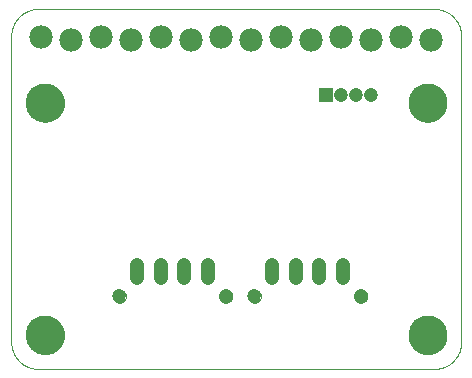
<source format=gbs>
G75*
%MOIN*%
%OFA0B0*%
%FSLAX25Y25*%
%IPPOS*%
%LPD*%
%AMOC8*
5,1,8,0,0,1.08239X$1,22.5*
%
%ADD10C,0.00000*%
%ADD11C,0.12998*%
%ADD12C,0.04534*%
%ADD13C,0.04731*%
%ADD14C,0.07800*%
%ADD15R,0.04750X0.04750*%
%ADD16C,0.04750*%
D10*
X0014550Y0005550D02*
X0146550Y0005550D01*
X0146767Y0005553D01*
X0146985Y0005561D01*
X0147202Y0005574D01*
X0147419Y0005592D01*
X0147635Y0005616D01*
X0147850Y0005644D01*
X0148065Y0005678D01*
X0148279Y0005718D01*
X0148492Y0005762D01*
X0148704Y0005812D01*
X0148914Y0005866D01*
X0149124Y0005926D01*
X0149331Y0005990D01*
X0149537Y0006060D01*
X0149741Y0006135D01*
X0149944Y0006214D01*
X0150144Y0006299D01*
X0150343Y0006388D01*
X0150539Y0006482D01*
X0150733Y0006581D01*
X0150924Y0006684D01*
X0151113Y0006792D01*
X0151299Y0006905D01*
X0151482Y0007022D01*
X0151663Y0007143D01*
X0151840Y0007269D01*
X0152014Y0007399D01*
X0152186Y0007533D01*
X0152354Y0007671D01*
X0152518Y0007813D01*
X0152679Y0007960D01*
X0152837Y0008110D01*
X0152990Y0008263D01*
X0153140Y0008421D01*
X0153287Y0008582D01*
X0153429Y0008746D01*
X0153567Y0008914D01*
X0153701Y0009086D01*
X0153831Y0009260D01*
X0153957Y0009437D01*
X0154078Y0009618D01*
X0154195Y0009801D01*
X0154308Y0009987D01*
X0154416Y0010176D01*
X0154519Y0010367D01*
X0154618Y0010561D01*
X0154712Y0010757D01*
X0154801Y0010956D01*
X0154886Y0011156D01*
X0154965Y0011359D01*
X0155040Y0011563D01*
X0155110Y0011769D01*
X0155174Y0011976D01*
X0155234Y0012186D01*
X0155288Y0012396D01*
X0155338Y0012608D01*
X0155382Y0012821D01*
X0155422Y0013035D01*
X0155456Y0013250D01*
X0155484Y0013465D01*
X0155508Y0013681D01*
X0155526Y0013898D01*
X0155539Y0014115D01*
X0155547Y0014333D01*
X0155550Y0014550D01*
X0155550Y0116550D01*
X0155547Y0116767D01*
X0155539Y0116985D01*
X0155526Y0117202D01*
X0155508Y0117419D01*
X0155484Y0117635D01*
X0155456Y0117850D01*
X0155422Y0118065D01*
X0155382Y0118279D01*
X0155338Y0118492D01*
X0155288Y0118704D01*
X0155234Y0118914D01*
X0155174Y0119124D01*
X0155110Y0119331D01*
X0155040Y0119537D01*
X0154965Y0119741D01*
X0154886Y0119944D01*
X0154801Y0120144D01*
X0154712Y0120343D01*
X0154618Y0120539D01*
X0154519Y0120733D01*
X0154416Y0120924D01*
X0154308Y0121113D01*
X0154195Y0121299D01*
X0154078Y0121482D01*
X0153957Y0121663D01*
X0153831Y0121840D01*
X0153701Y0122014D01*
X0153567Y0122186D01*
X0153429Y0122354D01*
X0153287Y0122518D01*
X0153140Y0122679D01*
X0152990Y0122837D01*
X0152837Y0122990D01*
X0152679Y0123140D01*
X0152518Y0123287D01*
X0152354Y0123429D01*
X0152186Y0123567D01*
X0152014Y0123701D01*
X0151840Y0123831D01*
X0151663Y0123957D01*
X0151482Y0124078D01*
X0151299Y0124195D01*
X0151113Y0124308D01*
X0150924Y0124416D01*
X0150733Y0124519D01*
X0150539Y0124618D01*
X0150343Y0124712D01*
X0150144Y0124801D01*
X0149944Y0124886D01*
X0149741Y0124965D01*
X0149537Y0125040D01*
X0149331Y0125110D01*
X0149124Y0125174D01*
X0148914Y0125234D01*
X0148704Y0125288D01*
X0148492Y0125338D01*
X0148279Y0125382D01*
X0148065Y0125422D01*
X0147850Y0125456D01*
X0147635Y0125484D01*
X0147419Y0125508D01*
X0147202Y0125526D01*
X0146985Y0125539D01*
X0146767Y0125547D01*
X0146550Y0125550D01*
X0014550Y0125550D01*
X0014333Y0125547D01*
X0014115Y0125539D01*
X0013898Y0125526D01*
X0013681Y0125508D01*
X0013465Y0125484D01*
X0013250Y0125456D01*
X0013035Y0125422D01*
X0012821Y0125382D01*
X0012608Y0125338D01*
X0012396Y0125288D01*
X0012186Y0125234D01*
X0011976Y0125174D01*
X0011769Y0125110D01*
X0011563Y0125040D01*
X0011359Y0124965D01*
X0011156Y0124886D01*
X0010956Y0124801D01*
X0010757Y0124712D01*
X0010561Y0124618D01*
X0010367Y0124519D01*
X0010176Y0124416D01*
X0009987Y0124308D01*
X0009801Y0124195D01*
X0009618Y0124078D01*
X0009437Y0123957D01*
X0009260Y0123831D01*
X0009086Y0123701D01*
X0008914Y0123567D01*
X0008746Y0123429D01*
X0008582Y0123287D01*
X0008421Y0123140D01*
X0008263Y0122990D01*
X0008110Y0122837D01*
X0007960Y0122679D01*
X0007813Y0122518D01*
X0007671Y0122354D01*
X0007533Y0122186D01*
X0007399Y0122014D01*
X0007269Y0121840D01*
X0007143Y0121663D01*
X0007022Y0121482D01*
X0006905Y0121299D01*
X0006792Y0121113D01*
X0006684Y0120924D01*
X0006581Y0120733D01*
X0006482Y0120539D01*
X0006388Y0120343D01*
X0006299Y0120144D01*
X0006214Y0119944D01*
X0006135Y0119741D01*
X0006060Y0119537D01*
X0005990Y0119331D01*
X0005926Y0119124D01*
X0005866Y0118914D01*
X0005812Y0118704D01*
X0005762Y0118492D01*
X0005718Y0118279D01*
X0005678Y0118065D01*
X0005644Y0117850D01*
X0005616Y0117635D01*
X0005592Y0117419D01*
X0005574Y0117202D01*
X0005561Y0116985D01*
X0005553Y0116767D01*
X0005550Y0116550D01*
X0005550Y0014550D01*
X0005553Y0014333D01*
X0005561Y0014115D01*
X0005574Y0013898D01*
X0005592Y0013681D01*
X0005616Y0013465D01*
X0005644Y0013250D01*
X0005678Y0013035D01*
X0005718Y0012821D01*
X0005762Y0012608D01*
X0005812Y0012396D01*
X0005866Y0012186D01*
X0005926Y0011976D01*
X0005990Y0011769D01*
X0006060Y0011563D01*
X0006135Y0011359D01*
X0006214Y0011156D01*
X0006299Y0010956D01*
X0006388Y0010757D01*
X0006482Y0010561D01*
X0006581Y0010367D01*
X0006684Y0010176D01*
X0006792Y0009987D01*
X0006905Y0009801D01*
X0007022Y0009618D01*
X0007143Y0009437D01*
X0007269Y0009260D01*
X0007399Y0009086D01*
X0007533Y0008914D01*
X0007671Y0008746D01*
X0007813Y0008582D01*
X0007960Y0008421D01*
X0008110Y0008263D01*
X0008263Y0008110D01*
X0008421Y0007960D01*
X0008582Y0007813D01*
X0008746Y0007671D01*
X0008914Y0007533D01*
X0009086Y0007399D01*
X0009260Y0007269D01*
X0009437Y0007143D01*
X0009618Y0007022D01*
X0009801Y0006905D01*
X0009987Y0006792D01*
X0010176Y0006684D01*
X0010367Y0006581D01*
X0010561Y0006482D01*
X0010757Y0006388D01*
X0010956Y0006299D01*
X0011156Y0006214D01*
X0011359Y0006135D01*
X0011563Y0006060D01*
X0011769Y0005990D01*
X0011976Y0005926D01*
X0012186Y0005866D01*
X0012396Y0005812D01*
X0012608Y0005762D01*
X0012821Y0005718D01*
X0013035Y0005678D01*
X0013250Y0005644D01*
X0013465Y0005616D01*
X0013681Y0005592D01*
X0013898Y0005574D01*
X0014115Y0005561D01*
X0014333Y0005553D01*
X0014550Y0005550D01*
X0010501Y0016800D02*
X0010503Y0016958D01*
X0010509Y0017116D01*
X0010519Y0017274D01*
X0010533Y0017432D01*
X0010551Y0017589D01*
X0010572Y0017746D01*
X0010598Y0017902D01*
X0010628Y0018058D01*
X0010661Y0018213D01*
X0010699Y0018366D01*
X0010740Y0018519D01*
X0010785Y0018671D01*
X0010834Y0018822D01*
X0010887Y0018971D01*
X0010943Y0019119D01*
X0011003Y0019265D01*
X0011067Y0019410D01*
X0011135Y0019553D01*
X0011206Y0019695D01*
X0011280Y0019835D01*
X0011358Y0019972D01*
X0011440Y0020108D01*
X0011524Y0020242D01*
X0011613Y0020373D01*
X0011704Y0020502D01*
X0011799Y0020629D01*
X0011896Y0020754D01*
X0011997Y0020876D01*
X0012101Y0020995D01*
X0012208Y0021112D01*
X0012318Y0021226D01*
X0012431Y0021337D01*
X0012546Y0021446D01*
X0012664Y0021551D01*
X0012785Y0021653D01*
X0012908Y0021753D01*
X0013034Y0021849D01*
X0013162Y0021942D01*
X0013292Y0022032D01*
X0013425Y0022118D01*
X0013560Y0022202D01*
X0013696Y0022281D01*
X0013835Y0022358D01*
X0013976Y0022430D01*
X0014118Y0022500D01*
X0014262Y0022565D01*
X0014408Y0022627D01*
X0014555Y0022685D01*
X0014704Y0022740D01*
X0014854Y0022791D01*
X0015005Y0022838D01*
X0015157Y0022881D01*
X0015310Y0022920D01*
X0015465Y0022956D01*
X0015620Y0022987D01*
X0015776Y0023015D01*
X0015932Y0023039D01*
X0016089Y0023059D01*
X0016247Y0023075D01*
X0016404Y0023087D01*
X0016563Y0023095D01*
X0016721Y0023099D01*
X0016879Y0023099D01*
X0017037Y0023095D01*
X0017196Y0023087D01*
X0017353Y0023075D01*
X0017511Y0023059D01*
X0017668Y0023039D01*
X0017824Y0023015D01*
X0017980Y0022987D01*
X0018135Y0022956D01*
X0018290Y0022920D01*
X0018443Y0022881D01*
X0018595Y0022838D01*
X0018746Y0022791D01*
X0018896Y0022740D01*
X0019045Y0022685D01*
X0019192Y0022627D01*
X0019338Y0022565D01*
X0019482Y0022500D01*
X0019624Y0022430D01*
X0019765Y0022358D01*
X0019904Y0022281D01*
X0020040Y0022202D01*
X0020175Y0022118D01*
X0020308Y0022032D01*
X0020438Y0021942D01*
X0020566Y0021849D01*
X0020692Y0021753D01*
X0020815Y0021653D01*
X0020936Y0021551D01*
X0021054Y0021446D01*
X0021169Y0021337D01*
X0021282Y0021226D01*
X0021392Y0021112D01*
X0021499Y0020995D01*
X0021603Y0020876D01*
X0021704Y0020754D01*
X0021801Y0020629D01*
X0021896Y0020502D01*
X0021987Y0020373D01*
X0022076Y0020242D01*
X0022160Y0020108D01*
X0022242Y0019972D01*
X0022320Y0019835D01*
X0022394Y0019695D01*
X0022465Y0019553D01*
X0022533Y0019410D01*
X0022597Y0019265D01*
X0022657Y0019119D01*
X0022713Y0018971D01*
X0022766Y0018822D01*
X0022815Y0018671D01*
X0022860Y0018519D01*
X0022901Y0018366D01*
X0022939Y0018213D01*
X0022972Y0018058D01*
X0023002Y0017902D01*
X0023028Y0017746D01*
X0023049Y0017589D01*
X0023067Y0017432D01*
X0023081Y0017274D01*
X0023091Y0017116D01*
X0023097Y0016958D01*
X0023099Y0016800D01*
X0023097Y0016642D01*
X0023091Y0016484D01*
X0023081Y0016326D01*
X0023067Y0016168D01*
X0023049Y0016011D01*
X0023028Y0015854D01*
X0023002Y0015698D01*
X0022972Y0015542D01*
X0022939Y0015387D01*
X0022901Y0015234D01*
X0022860Y0015081D01*
X0022815Y0014929D01*
X0022766Y0014778D01*
X0022713Y0014629D01*
X0022657Y0014481D01*
X0022597Y0014335D01*
X0022533Y0014190D01*
X0022465Y0014047D01*
X0022394Y0013905D01*
X0022320Y0013765D01*
X0022242Y0013628D01*
X0022160Y0013492D01*
X0022076Y0013358D01*
X0021987Y0013227D01*
X0021896Y0013098D01*
X0021801Y0012971D01*
X0021704Y0012846D01*
X0021603Y0012724D01*
X0021499Y0012605D01*
X0021392Y0012488D01*
X0021282Y0012374D01*
X0021169Y0012263D01*
X0021054Y0012154D01*
X0020936Y0012049D01*
X0020815Y0011947D01*
X0020692Y0011847D01*
X0020566Y0011751D01*
X0020438Y0011658D01*
X0020308Y0011568D01*
X0020175Y0011482D01*
X0020040Y0011398D01*
X0019904Y0011319D01*
X0019765Y0011242D01*
X0019624Y0011170D01*
X0019482Y0011100D01*
X0019338Y0011035D01*
X0019192Y0010973D01*
X0019045Y0010915D01*
X0018896Y0010860D01*
X0018746Y0010809D01*
X0018595Y0010762D01*
X0018443Y0010719D01*
X0018290Y0010680D01*
X0018135Y0010644D01*
X0017980Y0010613D01*
X0017824Y0010585D01*
X0017668Y0010561D01*
X0017511Y0010541D01*
X0017353Y0010525D01*
X0017196Y0010513D01*
X0017037Y0010505D01*
X0016879Y0010501D01*
X0016721Y0010501D01*
X0016563Y0010505D01*
X0016404Y0010513D01*
X0016247Y0010525D01*
X0016089Y0010541D01*
X0015932Y0010561D01*
X0015776Y0010585D01*
X0015620Y0010613D01*
X0015465Y0010644D01*
X0015310Y0010680D01*
X0015157Y0010719D01*
X0015005Y0010762D01*
X0014854Y0010809D01*
X0014704Y0010860D01*
X0014555Y0010915D01*
X0014408Y0010973D01*
X0014262Y0011035D01*
X0014118Y0011100D01*
X0013976Y0011170D01*
X0013835Y0011242D01*
X0013696Y0011319D01*
X0013560Y0011398D01*
X0013425Y0011482D01*
X0013292Y0011568D01*
X0013162Y0011658D01*
X0013034Y0011751D01*
X0012908Y0011847D01*
X0012785Y0011947D01*
X0012664Y0012049D01*
X0012546Y0012154D01*
X0012431Y0012263D01*
X0012318Y0012374D01*
X0012208Y0012488D01*
X0012101Y0012605D01*
X0011997Y0012724D01*
X0011896Y0012846D01*
X0011799Y0012971D01*
X0011704Y0013098D01*
X0011613Y0013227D01*
X0011524Y0013358D01*
X0011440Y0013492D01*
X0011358Y0013628D01*
X0011280Y0013765D01*
X0011206Y0013905D01*
X0011135Y0014047D01*
X0011067Y0014190D01*
X0011003Y0014335D01*
X0010943Y0014481D01*
X0010887Y0014629D01*
X0010834Y0014778D01*
X0010785Y0014929D01*
X0010740Y0015081D01*
X0010699Y0015234D01*
X0010661Y0015387D01*
X0010628Y0015542D01*
X0010598Y0015698D01*
X0010572Y0015854D01*
X0010551Y0016011D01*
X0010533Y0016168D01*
X0010519Y0016326D01*
X0010509Y0016484D01*
X0010503Y0016642D01*
X0010501Y0016800D01*
X0039418Y0029782D02*
X0039420Y0029875D01*
X0039426Y0029967D01*
X0039436Y0030059D01*
X0039450Y0030150D01*
X0039467Y0030241D01*
X0039489Y0030331D01*
X0039514Y0030420D01*
X0039543Y0030508D01*
X0039576Y0030594D01*
X0039613Y0030679D01*
X0039653Y0030763D01*
X0039697Y0030844D01*
X0039744Y0030924D01*
X0039794Y0031002D01*
X0039848Y0031077D01*
X0039905Y0031150D01*
X0039965Y0031220D01*
X0040028Y0031288D01*
X0040094Y0031353D01*
X0040162Y0031415D01*
X0040233Y0031475D01*
X0040307Y0031531D01*
X0040383Y0031584D01*
X0040461Y0031633D01*
X0040541Y0031680D01*
X0040623Y0031722D01*
X0040707Y0031762D01*
X0040792Y0031797D01*
X0040879Y0031829D01*
X0040967Y0031858D01*
X0041056Y0031882D01*
X0041146Y0031903D01*
X0041237Y0031919D01*
X0041329Y0031932D01*
X0041421Y0031941D01*
X0041514Y0031946D01*
X0041606Y0031947D01*
X0041699Y0031944D01*
X0041791Y0031937D01*
X0041883Y0031926D01*
X0041974Y0031911D01*
X0042065Y0031893D01*
X0042155Y0031870D01*
X0042243Y0031844D01*
X0042331Y0031814D01*
X0042417Y0031780D01*
X0042501Y0031743D01*
X0042584Y0031701D01*
X0042665Y0031657D01*
X0042745Y0031609D01*
X0042822Y0031558D01*
X0042896Y0031503D01*
X0042969Y0031445D01*
X0043039Y0031385D01*
X0043106Y0031321D01*
X0043170Y0031255D01*
X0043232Y0031185D01*
X0043290Y0031114D01*
X0043345Y0031040D01*
X0043397Y0030963D01*
X0043446Y0030884D01*
X0043492Y0030804D01*
X0043534Y0030721D01*
X0043572Y0030637D01*
X0043607Y0030551D01*
X0043638Y0030464D01*
X0043665Y0030376D01*
X0043688Y0030286D01*
X0043708Y0030196D01*
X0043724Y0030105D01*
X0043736Y0030013D01*
X0043744Y0029921D01*
X0043748Y0029828D01*
X0043748Y0029736D01*
X0043744Y0029643D01*
X0043736Y0029551D01*
X0043724Y0029459D01*
X0043708Y0029368D01*
X0043688Y0029278D01*
X0043665Y0029188D01*
X0043638Y0029100D01*
X0043607Y0029013D01*
X0043572Y0028927D01*
X0043534Y0028843D01*
X0043492Y0028760D01*
X0043446Y0028680D01*
X0043397Y0028601D01*
X0043345Y0028524D01*
X0043290Y0028450D01*
X0043232Y0028379D01*
X0043170Y0028309D01*
X0043106Y0028243D01*
X0043039Y0028179D01*
X0042969Y0028119D01*
X0042896Y0028061D01*
X0042822Y0028006D01*
X0042745Y0027955D01*
X0042666Y0027907D01*
X0042584Y0027863D01*
X0042501Y0027821D01*
X0042417Y0027784D01*
X0042331Y0027750D01*
X0042243Y0027720D01*
X0042155Y0027694D01*
X0042065Y0027671D01*
X0041974Y0027653D01*
X0041883Y0027638D01*
X0041791Y0027627D01*
X0041699Y0027620D01*
X0041606Y0027617D01*
X0041514Y0027618D01*
X0041421Y0027623D01*
X0041329Y0027632D01*
X0041237Y0027645D01*
X0041146Y0027661D01*
X0041056Y0027682D01*
X0040967Y0027706D01*
X0040879Y0027735D01*
X0040792Y0027767D01*
X0040707Y0027802D01*
X0040623Y0027842D01*
X0040541Y0027884D01*
X0040461Y0027931D01*
X0040383Y0027980D01*
X0040307Y0028033D01*
X0040233Y0028089D01*
X0040162Y0028149D01*
X0040094Y0028211D01*
X0040028Y0028276D01*
X0039965Y0028344D01*
X0039905Y0028414D01*
X0039848Y0028487D01*
X0039794Y0028562D01*
X0039744Y0028640D01*
X0039697Y0028720D01*
X0039653Y0028801D01*
X0039613Y0028885D01*
X0039576Y0028970D01*
X0039543Y0029056D01*
X0039514Y0029144D01*
X0039489Y0029233D01*
X0039467Y0029323D01*
X0039450Y0029414D01*
X0039436Y0029505D01*
X0039426Y0029597D01*
X0039420Y0029689D01*
X0039418Y0029782D01*
X0074852Y0029782D02*
X0074854Y0029875D01*
X0074860Y0029967D01*
X0074870Y0030059D01*
X0074884Y0030150D01*
X0074901Y0030241D01*
X0074923Y0030331D01*
X0074948Y0030420D01*
X0074977Y0030508D01*
X0075010Y0030594D01*
X0075047Y0030679D01*
X0075087Y0030763D01*
X0075131Y0030844D01*
X0075178Y0030924D01*
X0075228Y0031002D01*
X0075282Y0031077D01*
X0075339Y0031150D01*
X0075399Y0031220D01*
X0075462Y0031288D01*
X0075528Y0031353D01*
X0075596Y0031415D01*
X0075667Y0031475D01*
X0075741Y0031531D01*
X0075817Y0031584D01*
X0075895Y0031633D01*
X0075975Y0031680D01*
X0076057Y0031722D01*
X0076141Y0031762D01*
X0076226Y0031797D01*
X0076313Y0031829D01*
X0076401Y0031858D01*
X0076490Y0031882D01*
X0076580Y0031903D01*
X0076671Y0031919D01*
X0076763Y0031932D01*
X0076855Y0031941D01*
X0076948Y0031946D01*
X0077040Y0031947D01*
X0077133Y0031944D01*
X0077225Y0031937D01*
X0077317Y0031926D01*
X0077408Y0031911D01*
X0077499Y0031893D01*
X0077589Y0031870D01*
X0077677Y0031844D01*
X0077765Y0031814D01*
X0077851Y0031780D01*
X0077935Y0031743D01*
X0078018Y0031701D01*
X0078099Y0031657D01*
X0078179Y0031609D01*
X0078256Y0031558D01*
X0078330Y0031503D01*
X0078403Y0031445D01*
X0078473Y0031385D01*
X0078540Y0031321D01*
X0078604Y0031255D01*
X0078666Y0031185D01*
X0078724Y0031114D01*
X0078779Y0031040D01*
X0078831Y0030963D01*
X0078880Y0030884D01*
X0078926Y0030804D01*
X0078968Y0030721D01*
X0079006Y0030637D01*
X0079041Y0030551D01*
X0079072Y0030464D01*
X0079099Y0030376D01*
X0079122Y0030286D01*
X0079142Y0030196D01*
X0079158Y0030105D01*
X0079170Y0030013D01*
X0079178Y0029921D01*
X0079182Y0029828D01*
X0079182Y0029736D01*
X0079178Y0029643D01*
X0079170Y0029551D01*
X0079158Y0029459D01*
X0079142Y0029368D01*
X0079122Y0029278D01*
X0079099Y0029188D01*
X0079072Y0029100D01*
X0079041Y0029013D01*
X0079006Y0028927D01*
X0078968Y0028843D01*
X0078926Y0028760D01*
X0078880Y0028680D01*
X0078831Y0028601D01*
X0078779Y0028524D01*
X0078724Y0028450D01*
X0078666Y0028379D01*
X0078604Y0028309D01*
X0078540Y0028243D01*
X0078473Y0028179D01*
X0078403Y0028119D01*
X0078330Y0028061D01*
X0078256Y0028006D01*
X0078179Y0027955D01*
X0078100Y0027907D01*
X0078018Y0027863D01*
X0077935Y0027821D01*
X0077851Y0027784D01*
X0077765Y0027750D01*
X0077677Y0027720D01*
X0077589Y0027694D01*
X0077499Y0027671D01*
X0077408Y0027653D01*
X0077317Y0027638D01*
X0077225Y0027627D01*
X0077133Y0027620D01*
X0077040Y0027617D01*
X0076948Y0027618D01*
X0076855Y0027623D01*
X0076763Y0027632D01*
X0076671Y0027645D01*
X0076580Y0027661D01*
X0076490Y0027682D01*
X0076401Y0027706D01*
X0076313Y0027735D01*
X0076226Y0027767D01*
X0076141Y0027802D01*
X0076057Y0027842D01*
X0075975Y0027884D01*
X0075895Y0027931D01*
X0075817Y0027980D01*
X0075741Y0028033D01*
X0075667Y0028089D01*
X0075596Y0028149D01*
X0075528Y0028211D01*
X0075462Y0028276D01*
X0075399Y0028344D01*
X0075339Y0028414D01*
X0075282Y0028487D01*
X0075228Y0028562D01*
X0075178Y0028640D01*
X0075131Y0028720D01*
X0075087Y0028801D01*
X0075047Y0028885D01*
X0075010Y0028970D01*
X0074977Y0029056D01*
X0074948Y0029144D01*
X0074923Y0029233D01*
X0074901Y0029323D01*
X0074884Y0029414D01*
X0074870Y0029505D01*
X0074860Y0029597D01*
X0074854Y0029689D01*
X0074852Y0029782D01*
X0084418Y0029782D02*
X0084420Y0029875D01*
X0084426Y0029967D01*
X0084436Y0030059D01*
X0084450Y0030150D01*
X0084467Y0030241D01*
X0084489Y0030331D01*
X0084514Y0030420D01*
X0084543Y0030508D01*
X0084576Y0030594D01*
X0084613Y0030679D01*
X0084653Y0030763D01*
X0084697Y0030844D01*
X0084744Y0030924D01*
X0084794Y0031002D01*
X0084848Y0031077D01*
X0084905Y0031150D01*
X0084965Y0031220D01*
X0085028Y0031288D01*
X0085094Y0031353D01*
X0085162Y0031415D01*
X0085233Y0031475D01*
X0085307Y0031531D01*
X0085383Y0031584D01*
X0085461Y0031633D01*
X0085541Y0031680D01*
X0085623Y0031722D01*
X0085707Y0031762D01*
X0085792Y0031797D01*
X0085879Y0031829D01*
X0085967Y0031858D01*
X0086056Y0031882D01*
X0086146Y0031903D01*
X0086237Y0031919D01*
X0086329Y0031932D01*
X0086421Y0031941D01*
X0086514Y0031946D01*
X0086606Y0031947D01*
X0086699Y0031944D01*
X0086791Y0031937D01*
X0086883Y0031926D01*
X0086974Y0031911D01*
X0087065Y0031893D01*
X0087155Y0031870D01*
X0087243Y0031844D01*
X0087331Y0031814D01*
X0087417Y0031780D01*
X0087501Y0031743D01*
X0087584Y0031701D01*
X0087665Y0031657D01*
X0087745Y0031609D01*
X0087822Y0031558D01*
X0087896Y0031503D01*
X0087969Y0031445D01*
X0088039Y0031385D01*
X0088106Y0031321D01*
X0088170Y0031255D01*
X0088232Y0031185D01*
X0088290Y0031114D01*
X0088345Y0031040D01*
X0088397Y0030963D01*
X0088446Y0030884D01*
X0088492Y0030804D01*
X0088534Y0030721D01*
X0088572Y0030637D01*
X0088607Y0030551D01*
X0088638Y0030464D01*
X0088665Y0030376D01*
X0088688Y0030286D01*
X0088708Y0030196D01*
X0088724Y0030105D01*
X0088736Y0030013D01*
X0088744Y0029921D01*
X0088748Y0029828D01*
X0088748Y0029736D01*
X0088744Y0029643D01*
X0088736Y0029551D01*
X0088724Y0029459D01*
X0088708Y0029368D01*
X0088688Y0029278D01*
X0088665Y0029188D01*
X0088638Y0029100D01*
X0088607Y0029013D01*
X0088572Y0028927D01*
X0088534Y0028843D01*
X0088492Y0028760D01*
X0088446Y0028680D01*
X0088397Y0028601D01*
X0088345Y0028524D01*
X0088290Y0028450D01*
X0088232Y0028379D01*
X0088170Y0028309D01*
X0088106Y0028243D01*
X0088039Y0028179D01*
X0087969Y0028119D01*
X0087896Y0028061D01*
X0087822Y0028006D01*
X0087745Y0027955D01*
X0087666Y0027907D01*
X0087584Y0027863D01*
X0087501Y0027821D01*
X0087417Y0027784D01*
X0087331Y0027750D01*
X0087243Y0027720D01*
X0087155Y0027694D01*
X0087065Y0027671D01*
X0086974Y0027653D01*
X0086883Y0027638D01*
X0086791Y0027627D01*
X0086699Y0027620D01*
X0086606Y0027617D01*
X0086514Y0027618D01*
X0086421Y0027623D01*
X0086329Y0027632D01*
X0086237Y0027645D01*
X0086146Y0027661D01*
X0086056Y0027682D01*
X0085967Y0027706D01*
X0085879Y0027735D01*
X0085792Y0027767D01*
X0085707Y0027802D01*
X0085623Y0027842D01*
X0085541Y0027884D01*
X0085461Y0027931D01*
X0085383Y0027980D01*
X0085307Y0028033D01*
X0085233Y0028089D01*
X0085162Y0028149D01*
X0085094Y0028211D01*
X0085028Y0028276D01*
X0084965Y0028344D01*
X0084905Y0028414D01*
X0084848Y0028487D01*
X0084794Y0028562D01*
X0084744Y0028640D01*
X0084697Y0028720D01*
X0084653Y0028801D01*
X0084613Y0028885D01*
X0084576Y0028970D01*
X0084543Y0029056D01*
X0084514Y0029144D01*
X0084489Y0029233D01*
X0084467Y0029323D01*
X0084450Y0029414D01*
X0084436Y0029505D01*
X0084426Y0029597D01*
X0084420Y0029689D01*
X0084418Y0029782D01*
X0119852Y0029782D02*
X0119854Y0029875D01*
X0119860Y0029967D01*
X0119870Y0030059D01*
X0119884Y0030150D01*
X0119901Y0030241D01*
X0119923Y0030331D01*
X0119948Y0030420D01*
X0119977Y0030508D01*
X0120010Y0030594D01*
X0120047Y0030679D01*
X0120087Y0030763D01*
X0120131Y0030844D01*
X0120178Y0030924D01*
X0120228Y0031002D01*
X0120282Y0031077D01*
X0120339Y0031150D01*
X0120399Y0031220D01*
X0120462Y0031288D01*
X0120528Y0031353D01*
X0120596Y0031415D01*
X0120667Y0031475D01*
X0120741Y0031531D01*
X0120817Y0031584D01*
X0120895Y0031633D01*
X0120975Y0031680D01*
X0121057Y0031722D01*
X0121141Y0031762D01*
X0121226Y0031797D01*
X0121313Y0031829D01*
X0121401Y0031858D01*
X0121490Y0031882D01*
X0121580Y0031903D01*
X0121671Y0031919D01*
X0121763Y0031932D01*
X0121855Y0031941D01*
X0121948Y0031946D01*
X0122040Y0031947D01*
X0122133Y0031944D01*
X0122225Y0031937D01*
X0122317Y0031926D01*
X0122408Y0031911D01*
X0122499Y0031893D01*
X0122589Y0031870D01*
X0122677Y0031844D01*
X0122765Y0031814D01*
X0122851Y0031780D01*
X0122935Y0031743D01*
X0123018Y0031701D01*
X0123099Y0031657D01*
X0123179Y0031609D01*
X0123256Y0031558D01*
X0123330Y0031503D01*
X0123403Y0031445D01*
X0123473Y0031385D01*
X0123540Y0031321D01*
X0123604Y0031255D01*
X0123666Y0031185D01*
X0123724Y0031114D01*
X0123779Y0031040D01*
X0123831Y0030963D01*
X0123880Y0030884D01*
X0123926Y0030804D01*
X0123968Y0030721D01*
X0124006Y0030637D01*
X0124041Y0030551D01*
X0124072Y0030464D01*
X0124099Y0030376D01*
X0124122Y0030286D01*
X0124142Y0030196D01*
X0124158Y0030105D01*
X0124170Y0030013D01*
X0124178Y0029921D01*
X0124182Y0029828D01*
X0124182Y0029736D01*
X0124178Y0029643D01*
X0124170Y0029551D01*
X0124158Y0029459D01*
X0124142Y0029368D01*
X0124122Y0029278D01*
X0124099Y0029188D01*
X0124072Y0029100D01*
X0124041Y0029013D01*
X0124006Y0028927D01*
X0123968Y0028843D01*
X0123926Y0028760D01*
X0123880Y0028680D01*
X0123831Y0028601D01*
X0123779Y0028524D01*
X0123724Y0028450D01*
X0123666Y0028379D01*
X0123604Y0028309D01*
X0123540Y0028243D01*
X0123473Y0028179D01*
X0123403Y0028119D01*
X0123330Y0028061D01*
X0123256Y0028006D01*
X0123179Y0027955D01*
X0123100Y0027907D01*
X0123018Y0027863D01*
X0122935Y0027821D01*
X0122851Y0027784D01*
X0122765Y0027750D01*
X0122677Y0027720D01*
X0122589Y0027694D01*
X0122499Y0027671D01*
X0122408Y0027653D01*
X0122317Y0027638D01*
X0122225Y0027627D01*
X0122133Y0027620D01*
X0122040Y0027617D01*
X0121948Y0027618D01*
X0121855Y0027623D01*
X0121763Y0027632D01*
X0121671Y0027645D01*
X0121580Y0027661D01*
X0121490Y0027682D01*
X0121401Y0027706D01*
X0121313Y0027735D01*
X0121226Y0027767D01*
X0121141Y0027802D01*
X0121057Y0027842D01*
X0120975Y0027884D01*
X0120895Y0027931D01*
X0120817Y0027980D01*
X0120741Y0028033D01*
X0120667Y0028089D01*
X0120596Y0028149D01*
X0120528Y0028211D01*
X0120462Y0028276D01*
X0120399Y0028344D01*
X0120339Y0028414D01*
X0120282Y0028487D01*
X0120228Y0028562D01*
X0120178Y0028640D01*
X0120131Y0028720D01*
X0120087Y0028801D01*
X0120047Y0028885D01*
X0120010Y0028970D01*
X0119977Y0029056D01*
X0119948Y0029144D01*
X0119923Y0029233D01*
X0119901Y0029323D01*
X0119884Y0029414D01*
X0119870Y0029505D01*
X0119860Y0029597D01*
X0119854Y0029689D01*
X0119852Y0029782D01*
X0138001Y0016800D02*
X0138003Y0016958D01*
X0138009Y0017116D01*
X0138019Y0017274D01*
X0138033Y0017432D01*
X0138051Y0017589D01*
X0138072Y0017746D01*
X0138098Y0017902D01*
X0138128Y0018058D01*
X0138161Y0018213D01*
X0138199Y0018366D01*
X0138240Y0018519D01*
X0138285Y0018671D01*
X0138334Y0018822D01*
X0138387Y0018971D01*
X0138443Y0019119D01*
X0138503Y0019265D01*
X0138567Y0019410D01*
X0138635Y0019553D01*
X0138706Y0019695D01*
X0138780Y0019835D01*
X0138858Y0019972D01*
X0138940Y0020108D01*
X0139024Y0020242D01*
X0139113Y0020373D01*
X0139204Y0020502D01*
X0139299Y0020629D01*
X0139396Y0020754D01*
X0139497Y0020876D01*
X0139601Y0020995D01*
X0139708Y0021112D01*
X0139818Y0021226D01*
X0139931Y0021337D01*
X0140046Y0021446D01*
X0140164Y0021551D01*
X0140285Y0021653D01*
X0140408Y0021753D01*
X0140534Y0021849D01*
X0140662Y0021942D01*
X0140792Y0022032D01*
X0140925Y0022118D01*
X0141060Y0022202D01*
X0141196Y0022281D01*
X0141335Y0022358D01*
X0141476Y0022430D01*
X0141618Y0022500D01*
X0141762Y0022565D01*
X0141908Y0022627D01*
X0142055Y0022685D01*
X0142204Y0022740D01*
X0142354Y0022791D01*
X0142505Y0022838D01*
X0142657Y0022881D01*
X0142810Y0022920D01*
X0142965Y0022956D01*
X0143120Y0022987D01*
X0143276Y0023015D01*
X0143432Y0023039D01*
X0143589Y0023059D01*
X0143747Y0023075D01*
X0143904Y0023087D01*
X0144063Y0023095D01*
X0144221Y0023099D01*
X0144379Y0023099D01*
X0144537Y0023095D01*
X0144696Y0023087D01*
X0144853Y0023075D01*
X0145011Y0023059D01*
X0145168Y0023039D01*
X0145324Y0023015D01*
X0145480Y0022987D01*
X0145635Y0022956D01*
X0145790Y0022920D01*
X0145943Y0022881D01*
X0146095Y0022838D01*
X0146246Y0022791D01*
X0146396Y0022740D01*
X0146545Y0022685D01*
X0146692Y0022627D01*
X0146838Y0022565D01*
X0146982Y0022500D01*
X0147124Y0022430D01*
X0147265Y0022358D01*
X0147404Y0022281D01*
X0147540Y0022202D01*
X0147675Y0022118D01*
X0147808Y0022032D01*
X0147938Y0021942D01*
X0148066Y0021849D01*
X0148192Y0021753D01*
X0148315Y0021653D01*
X0148436Y0021551D01*
X0148554Y0021446D01*
X0148669Y0021337D01*
X0148782Y0021226D01*
X0148892Y0021112D01*
X0148999Y0020995D01*
X0149103Y0020876D01*
X0149204Y0020754D01*
X0149301Y0020629D01*
X0149396Y0020502D01*
X0149487Y0020373D01*
X0149576Y0020242D01*
X0149660Y0020108D01*
X0149742Y0019972D01*
X0149820Y0019835D01*
X0149894Y0019695D01*
X0149965Y0019553D01*
X0150033Y0019410D01*
X0150097Y0019265D01*
X0150157Y0019119D01*
X0150213Y0018971D01*
X0150266Y0018822D01*
X0150315Y0018671D01*
X0150360Y0018519D01*
X0150401Y0018366D01*
X0150439Y0018213D01*
X0150472Y0018058D01*
X0150502Y0017902D01*
X0150528Y0017746D01*
X0150549Y0017589D01*
X0150567Y0017432D01*
X0150581Y0017274D01*
X0150591Y0017116D01*
X0150597Y0016958D01*
X0150599Y0016800D01*
X0150597Y0016642D01*
X0150591Y0016484D01*
X0150581Y0016326D01*
X0150567Y0016168D01*
X0150549Y0016011D01*
X0150528Y0015854D01*
X0150502Y0015698D01*
X0150472Y0015542D01*
X0150439Y0015387D01*
X0150401Y0015234D01*
X0150360Y0015081D01*
X0150315Y0014929D01*
X0150266Y0014778D01*
X0150213Y0014629D01*
X0150157Y0014481D01*
X0150097Y0014335D01*
X0150033Y0014190D01*
X0149965Y0014047D01*
X0149894Y0013905D01*
X0149820Y0013765D01*
X0149742Y0013628D01*
X0149660Y0013492D01*
X0149576Y0013358D01*
X0149487Y0013227D01*
X0149396Y0013098D01*
X0149301Y0012971D01*
X0149204Y0012846D01*
X0149103Y0012724D01*
X0148999Y0012605D01*
X0148892Y0012488D01*
X0148782Y0012374D01*
X0148669Y0012263D01*
X0148554Y0012154D01*
X0148436Y0012049D01*
X0148315Y0011947D01*
X0148192Y0011847D01*
X0148066Y0011751D01*
X0147938Y0011658D01*
X0147808Y0011568D01*
X0147675Y0011482D01*
X0147540Y0011398D01*
X0147404Y0011319D01*
X0147265Y0011242D01*
X0147124Y0011170D01*
X0146982Y0011100D01*
X0146838Y0011035D01*
X0146692Y0010973D01*
X0146545Y0010915D01*
X0146396Y0010860D01*
X0146246Y0010809D01*
X0146095Y0010762D01*
X0145943Y0010719D01*
X0145790Y0010680D01*
X0145635Y0010644D01*
X0145480Y0010613D01*
X0145324Y0010585D01*
X0145168Y0010561D01*
X0145011Y0010541D01*
X0144853Y0010525D01*
X0144696Y0010513D01*
X0144537Y0010505D01*
X0144379Y0010501D01*
X0144221Y0010501D01*
X0144063Y0010505D01*
X0143904Y0010513D01*
X0143747Y0010525D01*
X0143589Y0010541D01*
X0143432Y0010561D01*
X0143276Y0010585D01*
X0143120Y0010613D01*
X0142965Y0010644D01*
X0142810Y0010680D01*
X0142657Y0010719D01*
X0142505Y0010762D01*
X0142354Y0010809D01*
X0142204Y0010860D01*
X0142055Y0010915D01*
X0141908Y0010973D01*
X0141762Y0011035D01*
X0141618Y0011100D01*
X0141476Y0011170D01*
X0141335Y0011242D01*
X0141196Y0011319D01*
X0141060Y0011398D01*
X0140925Y0011482D01*
X0140792Y0011568D01*
X0140662Y0011658D01*
X0140534Y0011751D01*
X0140408Y0011847D01*
X0140285Y0011947D01*
X0140164Y0012049D01*
X0140046Y0012154D01*
X0139931Y0012263D01*
X0139818Y0012374D01*
X0139708Y0012488D01*
X0139601Y0012605D01*
X0139497Y0012724D01*
X0139396Y0012846D01*
X0139299Y0012971D01*
X0139204Y0013098D01*
X0139113Y0013227D01*
X0139024Y0013358D01*
X0138940Y0013492D01*
X0138858Y0013628D01*
X0138780Y0013765D01*
X0138706Y0013905D01*
X0138635Y0014047D01*
X0138567Y0014190D01*
X0138503Y0014335D01*
X0138443Y0014481D01*
X0138387Y0014629D01*
X0138334Y0014778D01*
X0138285Y0014929D01*
X0138240Y0015081D01*
X0138199Y0015234D01*
X0138161Y0015387D01*
X0138128Y0015542D01*
X0138098Y0015698D01*
X0138072Y0015854D01*
X0138051Y0016011D01*
X0138033Y0016168D01*
X0138019Y0016326D01*
X0138009Y0016484D01*
X0138003Y0016642D01*
X0138001Y0016800D01*
X0138001Y0094300D02*
X0138003Y0094458D01*
X0138009Y0094616D01*
X0138019Y0094774D01*
X0138033Y0094932D01*
X0138051Y0095089D01*
X0138072Y0095246D01*
X0138098Y0095402D01*
X0138128Y0095558D01*
X0138161Y0095713D01*
X0138199Y0095866D01*
X0138240Y0096019D01*
X0138285Y0096171D01*
X0138334Y0096322D01*
X0138387Y0096471D01*
X0138443Y0096619D01*
X0138503Y0096765D01*
X0138567Y0096910D01*
X0138635Y0097053D01*
X0138706Y0097195D01*
X0138780Y0097335D01*
X0138858Y0097472D01*
X0138940Y0097608D01*
X0139024Y0097742D01*
X0139113Y0097873D01*
X0139204Y0098002D01*
X0139299Y0098129D01*
X0139396Y0098254D01*
X0139497Y0098376D01*
X0139601Y0098495D01*
X0139708Y0098612D01*
X0139818Y0098726D01*
X0139931Y0098837D01*
X0140046Y0098946D01*
X0140164Y0099051D01*
X0140285Y0099153D01*
X0140408Y0099253D01*
X0140534Y0099349D01*
X0140662Y0099442D01*
X0140792Y0099532D01*
X0140925Y0099618D01*
X0141060Y0099702D01*
X0141196Y0099781D01*
X0141335Y0099858D01*
X0141476Y0099930D01*
X0141618Y0100000D01*
X0141762Y0100065D01*
X0141908Y0100127D01*
X0142055Y0100185D01*
X0142204Y0100240D01*
X0142354Y0100291D01*
X0142505Y0100338D01*
X0142657Y0100381D01*
X0142810Y0100420D01*
X0142965Y0100456D01*
X0143120Y0100487D01*
X0143276Y0100515D01*
X0143432Y0100539D01*
X0143589Y0100559D01*
X0143747Y0100575D01*
X0143904Y0100587D01*
X0144063Y0100595D01*
X0144221Y0100599D01*
X0144379Y0100599D01*
X0144537Y0100595D01*
X0144696Y0100587D01*
X0144853Y0100575D01*
X0145011Y0100559D01*
X0145168Y0100539D01*
X0145324Y0100515D01*
X0145480Y0100487D01*
X0145635Y0100456D01*
X0145790Y0100420D01*
X0145943Y0100381D01*
X0146095Y0100338D01*
X0146246Y0100291D01*
X0146396Y0100240D01*
X0146545Y0100185D01*
X0146692Y0100127D01*
X0146838Y0100065D01*
X0146982Y0100000D01*
X0147124Y0099930D01*
X0147265Y0099858D01*
X0147404Y0099781D01*
X0147540Y0099702D01*
X0147675Y0099618D01*
X0147808Y0099532D01*
X0147938Y0099442D01*
X0148066Y0099349D01*
X0148192Y0099253D01*
X0148315Y0099153D01*
X0148436Y0099051D01*
X0148554Y0098946D01*
X0148669Y0098837D01*
X0148782Y0098726D01*
X0148892Y0098612D01*
X0148999Y0098495D01*
X0149103Y0098376D01*
X0149204Y0098254D01*
X0149301Y0098129D01*
X0149396Y0098002D01*
X0149487Y0097873D01*
X0149576Y0097742D01*
X0149660Y0097608D01*
X0149742Y0097472D01*
X0149820Y0097335D01*
X0149894Y0097195D01*
X0149965Y0097053D01*
X0150033Y0096910D01*
X0150097Y0096765D01*
X0150157Y0096619D01*
X0150213Y0096471D01*
X0150266Y0096322D01*
X0150315Y0096171D01*
X0150360Y0096019D01*
X0150401Y0095866D01*
X0150439Y0095713D01*
X0150472Y0095558D01*
X0150502Y0095402D01*
X0150528Y0095246D01*
X0150549Y0095089D01*
X0150567Y0094932D01*
X0150581Y0094774D01*
X0150591Y0094616D01*
X0150597Y0094458D01*
X0150599Y0094300D01*
X0150597Y0094142D01*
X0150591Y0093984D01*
X0150581Y0093826D01*
X0150567Y0093668D01*
X0150549Y0093511D01*
X0150528Y0093354D01*
X0150502Y0093198D01*
X0150472Y0093042D01*
X0150439Y0092887D01*
X0150401Y0092734D01*
X0150360Y0092581D01*
X0150315Y0092429D01*
X0150266Y0092278D01*
X0150213Y0092129D01*
X0150157Y0091981D01*
X0150097Y0091835D01*
X0150033Y0091690D01*
X0149965Y0091547D01*
X0149894Y0091405D01*
X0149820Y0091265D01*
X0149742Y0091128D01*
X0149660Y0090992D01*
X0149576Y0090858D01*
X0149487Y0090727D01*
X0149396Y0090598D01*
X0149301Y0090471D01*
X0149204Y0090346D01*
X0149103Y0090224D01*
X0148999Y0090105D01*
X0148892Y0089988D01*
X0148782Y0089874D01*
X0148669Y0089763D01*
X0148554Y0089654D01*
X0148436Y0089549D01*
X0148315Y0089447D01*
X0148192Y0089347D01*
X0148066Y0089251D01*
X0147938Y0089158D01*
X0147808Y0089068D01*
X0147675Y0088982D01*
X0147540Y0088898D01*
X0147404Y0088819D01*
X0147265Y0088742D01*
X0147124Y0088670D01*
X0146982Y0088600D01*
X0146838Y0088535D01*
X0146692Y0088473D01*
X0146545Y0088415D01*
X0146396Y0088360D01*
X0146246Y0088309D01*
X0146095Y0088262D01*
X0145943Y0088219D01*
X0145790Y0088180D01*
X0145635Y0088144D01*
X0145480Y0088113D01*
X0145324Y0088085D01*
X0145168Y0088061D01*
X0145011Y0088041D01*
X0144853Y0088025D01*
X0144696Y0088013D01*
X0144537Y0088005D01*
X0144379Y0088001D01*
X0144221Y0088001D01*
X0144063Y0088005D01*
X0143904Y0088013D01*
X0143747Y0088025D01*
X0143589Y0088041D01*
X0143432Y0088061D01*
X0143276Y0088085D01*
X0143120Y0088113D01*
X0142965Y0088144D01*
X0142810Y0088180D01*
X0142657Y0088219D01*
X0142505Y0088262D01*
X0142354Y0088309D01*
X0142204Y0088360D01*
X0142055Y0088415D01*
X0141908Y0088473D01*
X0141762Y0088535D01*
X0141618Y0088600D01*
X0141476Y0088670D01*
X0141335Y0088742D01*
X0141196Y0088819D01*
X0141060Y0088898D01*
X0140925Y0088982D01*
X0140792Y0089068D01*
X0140662Y0089158D01*
X0140534Y0089251D01*
X0140408Y0089347D01*
X0140285Y0089447D01*
X0140164Y0089549D01*
X0140046Y0089654D01*
X0139931Y0089763D01*
X0139818Y0089874D01*
X0139708Y0089988D01*
X0139601Y0090105D01*
X0139497Y0090224D01*
X0139396Y0090346D01*
X0139299Y0090471D01*
X0139204Y0090598D01*
X0139113Y0090727D01*
X0139024Y0090858D01*
X0138940Y0090992D01*
X0138858Y0091128D01*
X0138780Y0091265D01*
X0138706Y0091405D01*
X0138635Y0091547D01*
X0138567Y0091690D01*
X0138503Y0091835D01*
X0138443Y0091981D01*
X0138387Y0092129D01*
X0138334Y0092278D01*
X0138285Y0092429D01*
X0138240Y0092581D01*
X0138199Y0092734D01*
X0138161Y0092887D01*
X0138128Y0093042D01*
X0138098Y0093198D01*
X0138072Y0093354D01*
X0138051Y0093511D01*
X0138033Y0093668D01*
X0138019Y0093826D01*
X0138009Y0093984D01*
X0138003Y0094142D01*
X0138001Y0094300D01*
X0010501Y0094300D02*
X0010503Y0094458D01*
X0010509Y0094616D01*
X0010519Y0094774D01*
X0010533Y0094932D01*
X0010551Y0095089D01*
X0010572Y0095246D01*
X0010598Y0095402D01*
X0010628Y0095558D01*
X0010661Y0095713D01*
X0010699Y0095866D01*
X0010740Y0096019D01*
X0010785Y0096171D01*
X0010834Y0096322D01*
X0010887Y0096471D01*
X0010943Y0096619D01*
X0011003Y0096765D01*
X0011067Y0096910D01*
X0011135Y0097053D01*
X0011206Y0097195D01*
X0011280Y0097335D01*
X0011358Y0097472D01*
X0011440Y0097608D01*
X0011524Y0097742D01*
X0011613Y0097873D01*
X0011704Y0098002D01*
X0011799Y0098129D01*
X0011896Y0098254D01*
X0011997Y0098376D01*
X0012101Y0098495D01*
X0012208Y0098612D01*
X0012318Y0098726D01*
X0012431Y0098837D01*
X0012546Y0098946D01*
X0012664Y0099051D01*
X0012785Y0099153D01*
X0012908Y0099253D01*
X0013034Y0099349D01*
X0013162Y0099442D01*
X0013292Y0099532D01*
X0013425Y0099618D01*
X0013560Y0099702D01*
X0013696Y0099781D01*
X0013835Y0099858D01*
X0013976Y0099930D01*
X0014118Y0100000D01*
X0014262Y0100065D01*
X0014408Y0100127D01*
X0014555Y0100185D01*
X0014704Y0100240D01*
X0014854Y0100291D01*
X0015005Y0100338D01*
X0015157Y0100381D01*
X0015310Y0100420D01*
X0015465Y0100456D01*
X0015620Y0100487D01*
X0015776Y0100515D01*
X0015932Y0100539D01*
X0016089Y0100559D01*
X0016247Y0100575D01*
X0016404Y0100587D01*
X0016563Y0100595D01*
X0016721Y0100599D01*
X0016879Y0100599D01*
X0017037Y0100595D01*
X0017196Y0100587D01*
X0017353Y0100575D01*
X0017511Y0100559D01*
X0017668Y0100539D01*
X0017824Y0100515D01*
X0017980Y0100487D01*
X0018135Y0100456D01*
X0018290Y0100420D01*
X0018443Y0100381D01*
X0018595Y0100338D01*
X0018746Y0100291D01*
X0018896Y0100240D01*
X0019045Y0100185D01*
X0019192Y0100127D01*
X0019338Y0100065D01*
X0019482Y0100000D01*
X0019624Y0099930D01*
X0019765Y0099858D01*
X0019904Y0099781D01*
X0020040Y0099702D01*
X0020175Y0099618D01*
X0020308Y0099532D01*
X0020438Y0099442D01*
X0020566Y0099349D01*
X0020692Y0099253D01*
X0020815Y0099153D01*
X0020936Y0099051D01*
X0021054Y0098946D01*
X0021169Y0098837D01*
X0021282Y0098726D01*
X0021392Y0098612D01*
X0021499Y0098495D01*
X0021603Y0098376D01*
X0021704Y0098254D01*
X0021801Y0098129D01*
X0021896Y0098002D01*
X0021987Y0097873D01*
X0022076Y0097742D01*
X0022160Y0097608D01*
X0022242Y0097472D01*
X0022320Y0097335D01*
X0022394Y0097195D01*
X0022465Y0097053D01*
X0022533Y0096910D01*
X0022597Y0096765D01*
X0022657Y0096619D01*
X0022713Y0096471D01*
X0022766Y0096322D01*
X0022815Y0096171D01*
X0022860Y0096019D01*
X0022901Y0095866D01*
X0022939Y0095713D01*
X0022972Y0095558D01*
X0023002Y0095402D01*
X0023028Y0095246D01*
X0023049Y0095089D01*
X0023067Y0094932D01*
X0023081Y0094774D01*
X0023091Y0094616D01*
X0023097Y0094458D01*
X0023099Y0094300D01*
X0023097Y0094142D01*
X0023091Y0093984D01*
X0023081Y0093826D01*
X0023067Y0093668D01*
X0023049Y0093511D01*
X0023028Y0093354D01*
X0023002Y0093198D01*
X0022972Y0093042D01*
X0022939Y0092887D01*
X0022901Y0092734D01*
X0022860Y0092581D01*
X0022815Y0092429D01*
X0022766Y0092278D01*
X0022713Y0092129D01*
X0022657Y0091981D01*
X0022597Y0091835D01*
X0022533Y0091690D01*
X0022465Y0091547D01*
X0022394Y0091405D01*
X0022320Y0091265D01*
X0022242Y0091128D01*
X0022160Y0090992D01*
X0022076Y0090858D01*
X0021987Y0090727D01*
X0021896Y0090598D01*
X0021801Y0090471D01*
X0021704Y0090346D01*
X0021603Y0090224D01*
X0021499Y0090105D01*
X0021392Y0089988D01*
X0021282Y0089874D01*
X0021169Y0089763D01*
X0021054Y0089654D01*
X0020936Y0089549D01*
X0020815Y0089447D01*
X0020692Y0089347D01*
X0020566Y0089251D01*
X0020438Y0089158D01*
X0020308Y0089068D01*
X0020175Y0088982D01*
X0020040Y0088898D01*
X0019904Y0088819D01*
X0019765Y0088742D01*
X0019624Y0088670D01*
X0019482Y0088600D01*
X0019338Y0088535D01*
X0019192Y0088473D01*
X0019045Y0088415D01*
X0018896Y0088360D01*
X0018746Y0088309D01*
X0018595Y0088262D01*
X0018443Y0088219D01*
X0018290Y0088180D01*
X0018135Y0088144D01*
X0017980Y0088113D01*
X0017824Y0088085D01*
X0017668Y0088061D01*
X0017511Y0088041D01*
X0017353Y0088025D01*
X0017196Y0088013D01*
X0017037Y0088005D01*
X0016879Y0088001D01*
X0016721Y0088001D01*
X0016563Y0088005D01*
X0016404Y0088013D01*
X0016247Y0088025D01*
X0016089Y0088041D01*
X0015932Y0088061D01*
X0015776Y0088085D01*
X0015620Y0088113D01*
X0015465Y0088144D01*
X0015310Y0088180D01*
X0015157Y0088219D01*
X0015005Y0088262D01*
X0014854Y0088309D01*
X0014704Y0088360D01*
X0014555Y0088415D01*
X0014408Y0088473D01*
X0014262Y0088535D01*
X0014118Y0088600D01*
X0013976Y0088670D01*
X0013835Y0088742D01*
X0013696Y0088819D01*
X0013560Y0088898D01*
X0013425Y0088982D01*
X0013292Y0089068D01*
X0013162Y0089158D01*
X0013034Y0089251D01*
X0012908Y0089347D01*
X0012785Y0089447D01*
X0012664Y0089549D01*
X0012546Y0089654D01*
X0012431Y0089763D01*
X0012318Y0089874D01*
X0012208Y0089988D01*
X0012101Y0090105D01*
X0011997Y0090224D01*
X0011896Y0090346D01*
X0011799Y0090471D01*
X0011704Y0090598D01*
X0011613Y0090727D01*
X0011524Y0090858D01*
X0011440Y0090992D01*
X0011358Y0091128D01*
X0011280Y0091265D01*
X0011206Y0091405D01*
X0011135Y0091547D01*
X0011067Y0091690D01*
X0011003Y0091835D01*
X0010943Y0091981D01*
X0010887Y0092129D01*
X0010834Y0092278D01*
X0010785Y0092429D01*
X0010740Y0092581D01*
X0010699Y0092734D01*
X0010661Y0092887D01*
X0010628Y0093042D01*
X0010598Y0093198D01*
X0010572Y0093354D01*
X0010551Y0093511D01*
X0010533Y0093668D01*
X0010519Y0093826D01*
X0010509Y0093984D01*
X0010503Y0094142D01*
X0010501Y0094300D01*
D11*
X0016800Y0094300D03*
X0016800Y0016800D03*
X0144300Y0016800D03*
X0144300Y0094300D03*
D12*
X0116111Y0040117D02*
X0116111Y0035983D01*
X0108237Y0035983D02*
X0108237Y0040117D01*
X0100363Y0040117D02*
X0100363Y0035983D01*
X0092489Y0035983D02*
X0092489Y0040117D01*
X0071111Y0040117D02*
X0071111Y0035983D01*
X0063237Y0035983D02*
X0063237Y0040117D01*
X0055363Y0040117D02*
X0055363Y0035983D01*
X0047489Y0035983D02*
X0047489Y0040117D01*
D13*
X0041583Y0029782D03*
X0077017Y0029782D03*
X0086583Y0029782D03*
X0122017Y0029782D03*
D14*
X0125550Y0115050D03*
X0115550Y0116050D03*
X0105550Y0115050D03*
X0095550Y0116050D03*
X0085550Y0115050D03*
X0075550Y0116050D03*
X0065550Y0115050D03*
X0055550Y0116050D03*
X0045550Y0115050D03*
X0035550Y0116050D03*
X0025550Y0115050D03*
X0015550Y0116050D03*
X0135550Y0116050D03*
X0145550Y0115050D03*
D15*
X0110550Y0096800D03*
D16*
X0115550Y0096800D03*
X0120550Y0096800D03*
X0125550Y0096800D03*
M02*

</source>
